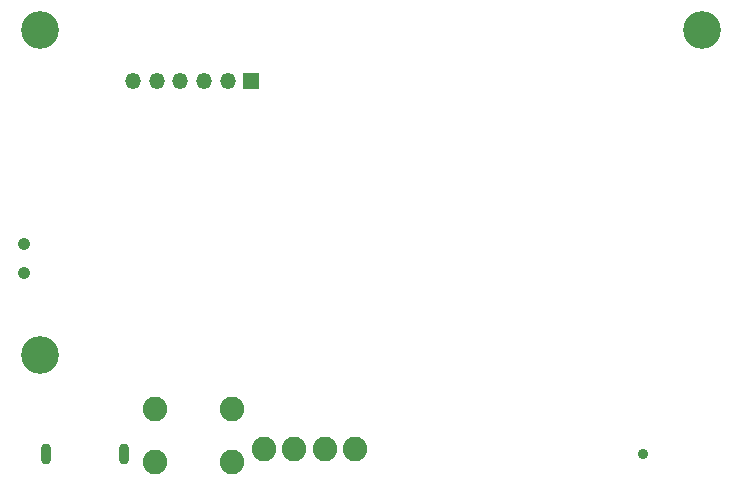
<source format=gbr>
%TF.GenerationSoftware,KiCad,Pcbnew,(5.1.9)-1*%
%TF.CreationDate,2021-01-19T18:40:37+01:00*%
%TF.ProjectId,Track-your-cat,54726163-6b2d-4796-9f75-722d6361742e,1*%
%TF.SameCoordinates,Original*%
%TF.FileFunction,Soldermask,Bot*%
%TF.FilePolarity,Negative*%
%FSLAX46Y46*%
G04 Gerber Fmt 4.6, Leading zero omitted, Abs format (unit mm)*
G04 Created by KiCad (PCBNEW (5.1.9)-1) date 2021-01-19 18:40:37*
%MOMM*%
%LPD*%
G01*
G04 APERTURE LIST*
%ADD10C,2.082800*%
%ADD11C,3.200000*%
%ADD12C,0.900000*%
%ADD13C,1.050000*%
%ADD14R,1.350000X1.350000*%
%ADD15O,1.350000X1.350000*%
%ADD16O,0.900000X1.800000*%
%ADD17C,0.500000*%
G04 APERTURE END LIST*
D10*
%TO.C,D2*%
X70800000Y-111250000D03*
X68260000Y-111250000D03*
%TD*%
D11*
%TO.C,H1*%
X100200000Y-75800000D03*
%TD*%
%TO.C,H1*%
X44100000Y-75800000D03*
%TD*%
%TO.C,H1*%
X44100000Y-103300000D03*
%TD*%
D10*
%TO.C,D1*%
X63100000Y-111300000D03*
X65640000Y-111300000D03*
%TD*%
D12*
%TO.C,SW1*%
X95200000Y-111700000D03*
%TD*%
D10*
%TO.C,SW2*%
X53848800Y-107878800D03*
X60351200Y-107878800D03*
X53848800Y-112400000D03*
X60351200Y-112400000D03*
%TD*%
D13*
%TO.C,TH1*%
X42750000Y-93900000D03*
X42750000Y-96400000D03*
%TD*%
D14*
%TO.C,FTDI1*%
X62000000Y-80100000D03*
D15*
X60000000Y-80100000D03*
X58000000Y-80100000D03*
X56000000Y-80100000D03*
X54000000Y-80100000D03*
X52000000Y-80100000D03*
%TD*%
D16*
%TO.C,J2*%
X51200000Y-111750000D03*
X44600000Y-111750000D03*
D17*
X51200000Y-111750000D03*
X44600000Y-111750000D03*
%TD*%
M02*

</source>
